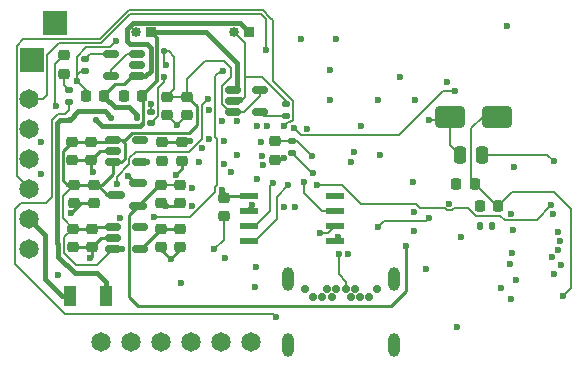
<source format=gbr>
%TF.GenerationSoftware,KiCad,Pcbnew,8.0.8*%
%TF.CreationDate,2025-02-18T00:45:43-08:00*%
%TF.ProjectId,OuterBoard_rev3.1,4f757465-7242-46f6-9172-645f72657633,rev?*%
%TF.SameCoordinates,Original*%
%TF.FileFunction,Copper,L6,Bot*%
%TF.FilePolarity,Positive*%
%FSLAX46Y46*%
G04 Gerber Fmt 4.6, Leading zero omitted, Abs format (unit mm)*
G04 Created by KiCad (PCBNEW 8.0.8) date 2025-02-18 00:45:43*
%MOMM*%
%LPD*%
G01*
G04 APERTURE LIST*
G04 Aperture macros list*
%AMRoundRect*
0 Rectangle with rounded corners*
0 $1 Rounding radius*
0 $2 $3 $4 $5 $6 $7 $8 $9 X,Y pos of 4 corners*
0 Add a 4 corners polygon primitive as box body*
4,1,4,$2,$3,$4,$5,$6,$7,$8,$9,$2,$3,0*
0 Add four circle primitives for the rounded corners*
1,1,$1+$1,$2,$3*
1,1,$1+$1,$4,$5*
1,1,$1+$1,$6,$7*
1,1,$1+$1,$8,$9*
0 Add four rect primitives between the rounded corners*
20,1,$1+$1,$2,$3,$4,$5,0*
20,1,$1+$1,$4,$5,$6,$7,0*
20,1,$1+$1,$6,$7,$8,$9,0*
20,1,$1+$1,$8,$9,$2,$3,0*%
G04 Aperture macros list end*
%TA.AperFunction,ComponentPad*%
%ADD10C,1.650000*%
%TD*%
%TA.AperFunction,ComponentPad*%
%ADD11C,0.700000*%
%TD*%
%TA.AperFunction,ComponentPad*%
%ADD12O,1.000000X2.000000*%
%TD*%
%TA.AperFunction,ComponentPad*%
%ADD13R,2.000000X2.000000*%
%TD*%
%TA.AperFunction,ComponentPad*%
%ADD14R,0.850000X0.850000*%
%TD*%
%TA.AperFunction,ComponentPad*%
%ADD15C,0.850000*%
%TD*%
%TA.AperFunction,SMDPad,CuDef*%
%ADD16RoundRect,0.225000X-0.250000X0.225000X-0.250000X-0.225000X0.250000X-0.225000X0.250000X0.225000X0*%
%TD*%
%TA.AperFunction,SMDPad,CuDef*%
%ADD17RoundRect,0.225000X0.225000X0.250000X-0.225000X0.250000X-0.225000X-0.250000X0.225000X-0.250000X0*%
%TD*%
%TA.AperFunction,SMDPad,CuDef*%
%ADD18R,1.549400X0.558800*%
%TD*%
%TA.AperFunction,SMDPad,CuDef*%
%ADD19R,1.117600X1.803400*%
%TD*%
%TA.AperFunction,SMDPad,CuDef*%
%ADD20RoundRect,0.250000X-0.250000X-0.475000X0.250000X-0.475000X0.250000X0.475000X-0.250000X0.475000X0*%
%TD*%
%TA.AperFunction,SMDPad,CuDef*%
%ADD21RoundRect,0.150000X0.512500X0.150000X-0.512500X0.150000X-0.512500X-0.150000X0.512500X-0.150000X0*%
%TD*%
%TA.AperFunction,SMDPad,CuDef*%
%ADD22RoundRect,0.250000X1.000000X0.650000X-1.000000X0.650000X-1.000000X-0.650000X1.000000X-0.650000X0*%
%TD*%
%TA.AperFunction,SMDPad,CuDef*%
%ADD23RoundRect,0.218750X-0.256250X0.218750X-0.256250X-0.218750X0.256250X-0.218750X0.256250X0.218750X0*%
%TD*%
%TA.AperFunction,SMDPad,CuDef*%
%ADD24RoundRect,0.135000X-0.185000X0.135000X-0.185000X-0.135000X0.185000X-0.135000X0.185000X0.135000X0*%
%TD*%
%TA.AperFunction,SMDPad,CuDef*%
%ADD25RoundRect,0.147500X0.172500X-0.147500X0.172500X0.147500X-0.172500X0.147500X-0.172500X-0.147500X0*%
%TD*%
%TA.AperFunction,SMDPad,CuDef*%
%ADD26RoundRect,0.150000X-0.512500X-0.150000X0.512500X-0.150000X0.512500X0.150000X-0.512500X0.150000X0*%
%TD*%
%TA.AperFunction,SMDPad,CuDef*%
%ADD27RoundRect,0.125000X-0.125000X-0.125000X0.125000X-0.125000X0.125000X0.125000X-0.125000X0.125000X0*%
%TD*%
%TA.AperFunction,SMDPad,CuDef*%
%ADD28RoundRect,0.135000X0.135000X0.185000X-0.135000X0.185000X-0.135000X-0.185000X0.135000X-0.185000X0*%
%TD*%
%TA.AperFunction,SMDPad,CuDef*%
%ADD29RoundRect,0.150000X0.587500X0.150000X-0.587500X0.150000X-0.587500X-0.150000X0.587500X-0.150000X0*%
%TD*%
%TA.AperFunction,SMDPad,CuDef*%
%ADD30RoundRect,0.140000X0.170000X-0.140000X0.170000X0.140000X-0.170000X0.140000X-0.170000X-0.140000X0*%
%TD*%
%TA.AperFunction,SMDPad,CuDef*%
%ADD31RoundRect,0.135000X0.185000X-0.135000X0.185000X0.135000X-0.185000X0.135000X-0.185000X-0.135000X0*%
%TD*%
%TA.AperFunction,SMDPad,CuDef*%
%ADD32RoundRect,0.125000X-0.125000X0.125000X-0.125000X-0.125000X0.125000X-0.125000X0.125000X0.125000X0*%
%TD*%
%TA.AperFunction,ViaPad*%
%ADD33C,0.600000*%
%TD*%
%TA.AperFunction,Conductor*%
%ADD34C,0.200000*%
%TD*%
%TA.AperFunction,Conductor*%
%ADD35C,0.254000*%
%TD*%
%TA.AperFunction,Conductor*%
%ADD36C,0.400000*%
%TD*%
%TA.AperFunction,Conductor*%
%ADD37C,0.250000*%
%TD*%
%TA.AperFunction,Conductor*%
%ADD38C,0.300000*%
%TD*%
G04 APERTURE END LIST*
D10*
%TO.P,J2,1*%
%TO.N,GPIO45*%
X115620800Y-104013000D03*
%TO.P,J2,2*%
%TO.N,GPIO46*%
X118160800Y-104013000D03*
%TO.P,J2,3*%
%TO.N,IO21{slash}USER_LED*%
X120700800Y-104013000D03*
%TO.P,J2,4*%
%TO.N,D10{slash}A10{slash}MOSI*%
X123240800Y-104013000D03*
%TO.P,J2,5*%
%TO.N,D9{slash}A9{slash}MISO*%
X125780800Y-104013000D03*
%TO.P,J2,6*%
%TO.N,D8{slash}A8{slash}SCK*%
X128320800Y-104013000D03*
%TD*%
D11*
%TO.P,J42,B1,GND__2*%
%TO.N,GND*%
X138978400Y-99503000D03*
%TO.P,J42,B2,SSTXP2*%
%TO.N,unconnected-(J42-SSTXP2-PadB2)*%
X138328400Y-100203000D03*
%TO.P,J42,B3,SSTXN2*%
%TO.N,unconnected-(J42-SSTXN2-PadB3)*%
X137528400Y-100203000D03*
%TO.P,J42,B4,VBUS__2*%
%TO.N,+5V*%
X137128400Y-99503000D03*
%TO.P,J42,B5,CC2*%
%TO.N,Net-(J42-CC2)*%
X136728400Y-100203000D03*
%TO.P,J42,B6,DP2*%
%TO.N,USB_DP*%
X136328400Y-99503000D03*
%TO.P,J42,B7,DN2*%
%TO.N,USB_DN*%
X135528400Y-99503000D03*
%TO.P,J42,B8,SBU2*%
%TO.N,unconnected-(J42-SBU2-PadB8)*%
X135128400Y-100203000D03*
%TO.P,J42,B9,VBUS__3*%
%TO.N,+5V*%
X134728400Y-99503000D03*
%TO.P,J42,B10,SSRXN1*%
%TO.N,unconnected-(J42-SSRXN1-PadB10)*%
X134328400Y-100203000D03*
%TO.P,J42,B11,SSRXP1*%
%TO.N,unconnected-(J42-SSRXP1-PadB11)*%
X133528400Y-100203000D03*
%TO.P,J42,B12,GND__3*%
%TO.N,GND*%
X132878400Y-99503000D03*
D12*
%TO.P,J42,SH1,SHIELD*%
X131428400Y-98703000D03*
%TO.P,J42,SH2,SHIELD__1*%
X140428400Y-98703000D03*
%TO.P,J42,SH3,SHIELD__2*%
X131428400Y-104303000D03*
%TO.P,J42,SH4,SHIELD__3*%
X140428400Y-104303000D03*
%TD*%
D13*
%TO.P,TP1,1,1*%
%TO.N,Net-(D1-K)*%
X109728000Y-80137000D03*
%TD*%
D14*
%TO.P,J3,1,1*%
%TO.N,+BATT1*%
X119837200Y-77800200D03*
D15*
%TO.P,J3,2,2*%
%TO.N,GNDPWR*%
X118587200Y-77800200D03*
%TD*%
D14*
%TO.P,J4,1,1*%
%TO.N,+BATT2*%
X128117600Y-77749400D03*
D15*
%TO.P,J4,2,2*%
%TO.N,GNDPWR*%
X126867600Y-77749400D03*
%TD*%
D13*
%TO.P,TP2,1,1*%
%TO.N,Net-(D2-K)*%
X111683800Y-76962000D03*
%TD*%
D10*
%TO.P,J1,1*%
%TO.N,GNDPWR*%
X109524800Y-96113600D03*
%TO.P,J1,2*%
%TO.N,VDC*%
X109524800Y-93573600D03*
%TO.P,J1,3*%
%TO.N,D1{slash}A1*%
X109524800Y-91033600D03*
%TO.P,J1,4*%
%TO.N,GNDPWR*%
X109524800Y-88493600D03*
%TO.P,J1,5*%
%TO.N,VDC*%
X109524800Y-85953600D03*
%TO.P,J1,6*%
%TO.N,D0{slash}A0*%
X109524800Y-83413600D03*
%TD*%
D16*
%TO.P,C16,1*%
%TO.N,+3.3V*%
X122453400Y-87093800D03*
%TO.P,C16,2*%
%TO.N,GND*%
X122453400Y-88643800D03*
%TD*%
%TO.P,C27,1*%
%TO.N,+2V8*%
X122301000Y-90728800D03*
%TO.P,C27,2*%
%TO.N,GND*%
X122301000Y-92278800D03*
%TD*%
D17*
%TO.P,C12,1*%
%TO.N,Net-(D7-K)*%
X147244400Y-90627200D03*
%TO.P,C12,2*%
%TO.N,GND*%
X145694400Y-90627200D03*
%TD*%
D18*
%TO.P,U2,1,CS#*%
%TO.N,SPICS0*%
X135432900Y-91643200D03*
%TO.P,U2,2,SO(IO1)*%
%TO.N,SPIQ*%
X135432900Y-92913200D03*
%TO.P,U2,3,WP#(IO2)*%
%TO.N,SPIWP*%
X135432900Y-94183200D03*
%TO.P,U2,4,VSS*%
%TO.N,GND*%
X135432900Y-95453200D03*
%TO.P,U2,5,SI(IO0)*%
%TO.N,SPID*%
X128168500Y-95453200D03*
%TO.P,U2,6,SCLK*%
%TO.N,SPICLK*%
X128168500Y-94183200D03*
%TO.P,U2,7,HOLD#(IO3)*%
%TO.N,SPIHD*%
X128168500Y-92913200D03*
%TO.P,U2,8,VCC*%
%TO.N,VDD_SPI*%
X128168500Y-91643200D03*
%TD*%
D16*
%TO.P,C7,1*%
%TO.N,VDC*%
X121183400Y-83235800D03*
%TO.P,C7,2*%
%TO.N,GND*%
X121183400Y-84785800D03*
%TD*%
D19*
%TO.P,F1,1,1*%
%TO.N,VDC*%
X113004600Y-100152200D03*
%TO.P,F1,2,2*%
%TO.N,Net-(D10-K)*%
X116001800Y-100152200D03*
%TD*%
D16*
%TO.P,C24,1*%
%TO.N,+1V8*%
X120700800Y-94411800D03*
%TO.P,C24,2*%
%TO.N,GND*%
X120700800Y-95961800D03*
%TD*%
%TO.P,C20,1*%
%TO.N,VDC*%
X113334800Y-90703400D03*
%TO.P,C20,2*%
%TO.N,GND*%
X113334800Y-92253400D03*
%TD*%
%TO.P,C21,1*%
%TO.N,VDC*%
X114833400Y-94411800D03*
%TO.P,C21,2*%
%TO.N,GND*%
X114833400Y-95961800D03*
%TD*%
D20*
%TO.P,FB1,1*%
%TO.N,+2V8*%
X145973800Y-88163400D03*
%TO.P,FB1,2*%
%TO.N,Net-(FB1-Pad2)*%
X147873800Y-88163400D03*
%TD*%
D21*
%TO.P,U3,1,CE*%
%TO.N,VDC*%
X118688700Y-79618800D03*
%TO.P,U3,2,V_{SS}*%
%TO.N,GNDPWR*%
X118688700Y-80568800D03*
%TO.P,U3,3,V_{BAT}*%
%TO.N,+BATT2*%
X118688700Y-81518800D03*
%TO.P,U3,4,V_{DD}*%
%TO.N,VDC*%
X116413700Y-81518800D03*
%TO.P,U3,5,PROG*%
%TO.N,Net-(U3-PROG)*%
X116413700Y-79618800D03*
%TD*%
D16*
%TO.P,C11,1*%
%TO.N,VDC*%
X113131600Y-87043000D03*
%TO.P,C11,2*%
%TO.N,GND*%
X113131600Y-88593000D03*
%TD*%
D17*
%TO.P,C8,1*%
%TO.N,+BATT2*%
X115874800Y-83159600D03*
%TO.P,C8,2*%
%TO.N,GNDPWR*%
X114324800Y-83159600D03*
%TD*%
D22*
%TO.P,D7,1,K*%
%TO.N,Net-(D7-K)*%
X149142200Y-84937600D03*
%TO.P,D7,2,A*%
%TO.N,+2V8*%
X145142200Y-84937600D03*
%TD*%
D23*
%TO.P,D13,1,K*%
%TO.N,GND*%
X112445800Y-79705100D03*
%TO.P,D13,2,A*%
%TO.N,Net-(D13-A)*%
X112445800Y-81280100D03*
%TD*%
D24*
%TO.P,R25,1*%
%TO.N,Net-(D13-A)*%
X112903000Y-82651600D03*
%TO.P,R25,2*%
%TO.N,+5V*%
X112903000Y-83671600D03*
%TD*%
D25*
%TO.P,L2,1,1*%
%TO.N,+3.3V*%
X131775200Y-87988000D03*
%TO.P,L2,2,2*%
%TO.N,Net-(C38-Pad1)*%
X131775200Y-87018000D03*
%TD*%
D17*
%TO.P,C14,1*%
%TO.N,Net-(D7-K)*%
X149199600Y-92481400D03*
%TO.P,C14,2*%
%TO.N,GND*%
X147649600Y-92481400D03*
%TD*%
D26*
%TO.P,U4,1,VIN*%
%TO.N,VDC*%
X116636800Y-88793400D03*
%TO.P,U4,2,GND*%
%TO.N,GND*%
X116636800Y-87843400D03*
%TO.P,U4,3,EN*%
%TO.N,VDC*%
X116636800Y-86893400D03*
%TO.P,U4,4,NC*%
%TO.N,unconnected-(U4-NC-Pad4)*%
X118911800Y-86893400D03*
%TO.P,U4,5,VOUT*%
%TO.N,+3.3V*%
X118911800Y-88793400D03*
%TD*%
D17*
%TO.P,C4,1*%
%TO.N,+BATT1*%
X119100600Y-83159600D03*
%TO.P,C4,2*%
%TO.N,GNDPWR*%
X117550600Y-83159600D03*
%TD*%
D16*
%TO.P,C26,1*%
%TO.N,+1V8*%
X122326400Y-94411800D03*
%TO.P,C26,2*%
%TO.N,GND*%
X122326400Y-95961800D03*
%TD*%
D27*
%TO.P,D11,1,K*%
%TO.N,Net-(D10-K)*%
X116459000Y-85013800D03*
%TO.P,D11,2,A*%
%TO.N,+BATT2*%
X118659000Y-85013800D03*
%TD*%
D24*
%TO.P,R4,1*%
%TO.N,Net-(U3-PROG)*%
X114249200Y-80058800D03*
%TO.P,R4,2*%
%TO.N,GNDPWR*%
X114249200Y-81078800D03*
%TD*%
D28*
%TO.P,R5,1*%
%TO.N,Net-(J10-Pad8)*%
X148742400Y-94183200D03*
%TO.P,R5,2*%
%TO.N,GND*%
X147722400Y-94183200D03*
%TD*%
D29*
%TO.P,U6,1,GND*%
%TO.N,GND*%
X118745000Y-90576400D03*
%TO.P,U6,2,VO*%
%TO.N,+2V8*%
X118745000Y-92476400D03*
%TO.P,U6,3,VI*%
%TO.N,VDC*%
X116870000Y-91526400D03*
%TD*%
D16*
%TO.P,C25,1*%
%TO.N,+2V8*%
X120650000Y-90728800D03*
%TO.P,C25,2*%
%TO.N,GND*%
X120650000Y-92278800D03*
%TD*%
D30*
%TO.P,C2,1*%
%TO.N,VCC*%
X119862600Y-85468400D03*
%TO.P,C2,2*%
%TO.N,GNDPWR*%
X119862600Y-84508400D03*
%TD*%
D16*
%TO.P,C22,1*%
%TO.N,VDC*%
X114985800Y-90703400D03*
%TO.P,C22,2*%
%TO.N,GND*%
X114985800Y-92253400D03*
%TD*%
%TO.P,C38,1*%
%TO.N,Net-(C38-Pad1)*%
X130327400Y-87020400D03*
%TO.P,C38,2*%
%TO.N,GND*%
X130327400Y-88570400D03*
%TD*%
D27*
%TO.P,D10,1,K*%
%TO.N,Net-(D10-K)*%
X112946000Y-85191600D03*
%TO.P,D10,2,A*%
%TO.N,+BATT1*%
X115146000Y-85191600D03*
%TD*%
D16*
%TO.P,C44,1*%
%TO.N,VDD_SPI*%
X126009400Y-91782600D03*
%TO.P,C44,2*%
%TO.N,GND*%
X126009400Y-93332600D03*
%TD*%
D26*
%TO.P,U5,1,VIN*%
%TO.N,VDC*%
X116647800Y-96134000D03*
%TO.P,U5,2,GND*%
%TO.N,GND*%
X116647800Y-95184000D03*
%TO.P,U5,3,EN*%
%TO.N,VDC*%
X116647800Y-94234000D03*
%TO.P,U5,4,NC*%
%TO.N,unconnected-(U5-NC-Pad4)*%
X118922800Y-94234000D03*
%TO.P,U5,5,VOUT*%
%TO.N,+1V8*%
X118922800Y-96134000D03*
%TD*%
D16*
%TO.P,C10,1*%
%TO.N,VDC*%
X114757200Y-87045800D03*
%TO.P,C10,2*%
%TO.N,GND*%
X114757200Y-88595800D03*
%TD*%
D31*
%TO.P,R1,1*%
%TO.N,Net-(U1-PROG)*%
X131267200Y-84888800D03*
%TO.P,R1,2*%
%TO.N,GNDPWR*%
X131267200Y-83868800D03*
%TD*%
D16*
%TO.P,C3,1*%
%TO.N,VDC*%
X122885200Y-83235800D03*
%TO.P,C3,2*%
%TO.N,GND*%
X122885200Y-84785800D03*
%TD*%
%TO.P,C19,1*%
%TO.N,VDC*%
X113233200Y-94411800D03*
%TO.P,C19,2*%
%TO.N,GND*%
X113233200Y-95961800D03*
%TD*%
%TO.P,C13,1*%
%TO.N,+3.3V*%
X120802400Y-87096600D03*
%TO.P,C13,2*%
%TO.N,GND*%
X120802400Y-88646600D03*
%TD*%
D32*
%TO.P,D6,1,K*%
%TO.N,VDC*%
X120954800Y-79400400D03*
%TO.P,D6,2,A*%
%TO.N,VCC*%
X120954800Y-81600400D03*
%TD*%
D26*
%TO.P,U1,1,CE*%
%TO.N,VDC*%
X126796800Y-84551600D03*
%TO.P,U1,2,V_{SS}*%
%TO.N,GNDPWR*%
X126796800Y-83601600D03*
%TO.P,U1,3,V_{BAT}*%
%TO.N,+BATT1*%
X126796800Y-82651600D03*
%TO.P,U1,4,V_{DD}*%
%TO.N,VDC*%
X129071800Y-82651600D03*
%TO.P,U1,5,PROG*%
%TO.N,Net-(U1-PROG)*%
X129071800Y-84551600D03*
%TD*%
D33*
%TO.N,GND*%
X147726400Y-94157800D03*
X114935000Y-89611200D03*
X121132600Y-92504600D03*
X142111489Y-93007223D03*
X121488200Y-97002600D03*
X145669000Y-90678000D03*
X154263252Y-96239441D03*
X123910000Y-88790000D03*
X120802400Y-88646600D03*
X110540800Y-87096600D03*
X150320000Y-100336400D03*
X145084800Y-92284600D03*
X150571200Y-89230200D03*
X113030000Y-93116400D03*
X128730000Y-97690000D03*
X142028800Y-90476900D03*
X147650200Y-92456000D03*
X117889684Y-89981291D03*
X123266200Y-92532200D03*
X131069477Y-88457575D03*
X111749000Y-84037600D03*
X139238800Y-88206400D03*
X122047000Y-85648800D03*
X128652394Y-99384806D03*
X135485000Y-78335000D03*
X132535000Y-78335000D03*
X134970000Y-80990000D03*
X134970000Y-83510000D03*
X114681000Y-96926400D03*
X125196600Y-96164400D03*
X122351800Y-99034600D03*
X135661400Y-95097600D03*
X139065000Y-83540600D03*
X117201071Y-93477539D03*
X145770600Y-102743000D03*
X121943122Y-89829707D03*
X142189200Y-83540600D03*
X150012400Y-77241400D03*
%TO.N,VCC*%
X120954800Y-81538800D03*
%TO.N,+2V8*%
X143408400Y-85242400D03*
X141452600Y-95885000D03*
%TO.N,VDC*%
X117396700Y-96139000D03*
X113004600Y-100152200D03*
X121107200Y-80568800D03*
X118688700Y-79618800D03*
%TO.N,Net-(D7-K)*%
X154686000Y-100101400D03*
%TO.N,+3.3V*%
X140944600Y-81584800D03*
X123266200Y-90954600D03*
X126100000Y-96920000D03*
X120802400Y-87096600D03*
X146098900Y-95123000D03*
X111988600Y-98348800D03*
X144909600Y-81965800D03*
X142087600Y-94589600D03*
X119483800Y-88793400D03*
X123153000Y-87031400D03*
X133527800Y-89662000D03*
X110515400Y-89814400D03*
X143078200Y-97866200D03*
%TO.N,+1V8*%
X153847800Y-93192600D03*
X120700800Y-94411800D03*
%TO.N,Net-(C38-Pad1)*%
X133444702Y-88239600D03*
%TO.N,+5V*%
X130429000Y-101879400D03*
%TO.N,IO21{slash}USER_LED*%
X125830000Y-85308799D03*
%TO.N,Net-(FB1-Pad2)*%
X153949400Y-88722200D03*
%TO.N,USB_DP*%
X135712200Y-96520000D03*
X126586400Y-89603665D03*
%TO.N,USB_DN*%
X136525000Y-96570800D03*
X125984000Y-88900000D03*
%TO.N,MTCK{slash}IO39{slash}CAM_SCL*%
X139013899Y-94285101D03*
X143370000Y-93550000D03*
%TO.N,IO38{slash}DVP_VSYNC*%
X133858000Y-90728800D03*
X153725086Y-92450272D03*
%TO.N,Net-(J10-Pad8)*%
X148742400Y-94183200D03*
%TO.N,IO47{slash}DVP_HREF*%
X131987500Y-92597090D03*
X150342600Y-93141800D03*
%TO.N,IO48{slash}DVP_Y9*%
X131054076Y-92574211D03*
X150520400Y-94564200D03*
%TO.N,IO10{slash}XMCLK*%
X127127615Y-85308799D03*
X154300000Y-94700000D03*
%TO.N,IO11{slash}DVP_Y8*%
X124715600Y-86848296D03*
X154440000Y-95490000D03*
%TO.N,IO12{slash}DVP_Y7*%
X153810000Y-96840000D03*
X125984000Y-87020400D03*
%TO.N,IO13{slash}DVP_PCLK*%
X129164567Y-87102167D03*
X150418800Y-96443800D03*
%TO.N,IO14{slash}DVP_Y6*%
X154514600Y-97455000D03*
X124160450Y-87606201D03*
%TO.N,IO15{slash}DVP_Y2*%
X127076200Y-88206000D03*
X150215600Y-97434400D03*
%TO.N,IO16{slash}DVP_Y5*%
X153970000Y-98240000D03*
X129235200Y-88288500D03*
%TO.N,IO17{slash}DVP_Y3*%
X129330301Y-89044545D03*
X150710000Y-98792400D03*
%TO.N,IO18{slash}DVP_Y4*%
X149450000Y-99441000D03*
X128839742Y-90170878D03*
%TO.N,CHIP_EN*%
X133030300Y-85939200D03*
X137591800Y-85725000D03*
%TO.N,BNO_INT*%
X120091200Y-93421200D03*
X125933200Y-81049800D03*
%TO.N,D1{slash}A1*%
X131108400Y-85750400D03*
%TO.N,D0{slash}A0*%
X129592400Y-79324200D03*
%TO.N,GPIO0*%
X131953000Y-85928200D03*
X145592800Y-82753200D03*
%TO.N,BNO_RST*%
X116967000Y-90601800D03*
X124661600Y-83439000D03*
%TO.N,D8{slash}A8{slash}SCK*%
X129641600Y-85750400D03*
%TO.N,D9{slash}A9{slash}MISO*%
X128843704Y-85733896D03*
%TO.N,D10{slash}A10{slash}MOSI*%
X124714000Y-84404200D03*
%TO.N,VDD_SPI*%
X125830000Y-91135200D03*
%TO.N,SPIHD*%
X128357314Y-92410849D03*
%TO.N,SPIWP*%
X134162800Y-94818200D03*
%TO.N,SPICS0*%
X135432900Y-91643200D03*
%TO.N,SPICLK*%
X130149600Y-90576400D03*
%TO.N,SPIQ*%
X132791200Y-90500200D03*
%TO.N,SPID*%
X131445000Y-90754200D03*
%TO.N,GNDPWR*%
X118688700Y-80568800D03*
X117668297Y-83398103D03*
X127345704Y-83494601D03*
X113583130Y-81940400D03*
X119820552Y-83885375D03*
X116890800Y-78536800D03*
%TO.N,GPIO45*%
X136753600Y-88773000D03*
%TO.N,GPIO46*%
X136982200Y-87884000D03*
%TD*%
D34*
%TO.N,GND*%
X122047000Y-85648800D02*
X122047000Y-85624000D01*
D35*
X122075200Y-92504600D02*
X122301000Y-92278800D01*
D34*
X112445800Y-79705100D02*
X111718400Y-80432500D01*
X126009400Y-93332600D02*
X126009400Y-95351600D01*
X111718400Y-80432500D02*
X111718400Y-84007000D01*
D35*
X121132600Y-92504600D02*
X122075200Y-92504600D01*
X120802400Y-88688985D02*
X120802400Y-88646600D01*
X113893000Y-92253400D02*
X113030000Y-93116400D01*
D34*
X122047000Y-85648800D02*
X122046400Y-85648800D01*
D35*
X122326400Y-96164400D02*
X121488200Y-97002600D01*
X114833400Y-96774000D02*
X114681000Y-96926400D01*
D34*
X126009400Y-95351600D02*
X125196600Y-96164400D01*
X147649600Y-92456600D02*
X147650200Y-92456000D01*
X130956652Y-88570400D02*
X130327400Y-88570400D01*
D35*
X115611200Y-95184000D02*
X114833400Y-95961800D01*
D34*
X122046400Y-85648800D02*
X121183400Y-84785800D01*
D35*
X115509600Y-87843400D02*
X114757200Y-88595800D01*
D34*
X147722400Y-94161800D02*
X147726400Y-94157800D01*
D35*
X120700800Y-96215200D02*
X121488200Y-97002600D01*
X116636800Y-87843400D02*
X115509600Y-87843400D01*
X113233200Y-95961800D02*
X114833400Y-95961800D01*
D34*
X145694400Y-90627200D02*
X145694400Y-90652600D01*
X147649600Y-92481400D02*
X147649600Y-92456600D01*
D35*
X114757200Y-89433400D02*
X114757200Y-88595800D01*
D34*
X122047000Y-85624000D02*
X122885200Y-84785800D01*
D35*
X114754400Y-88593000D02*
X114757200Y-88595800D01*
D34*
X111718400Y-84007000D02*
X111749000Y-84037600D01*
D35*
X120906800Y-92278800D02*
X120650000Y-92278800D01*
X121132600Y-92504600D02*
X120906800Y-92278800D01*
X118484793Y-90576400D02*
X118745000Y-90576400D01*
D34*
X135432900Y-95453200D02*
X135432900Y-95326100D01*
D35*
X120700800Y-95961800D02*
X120700800Y-96215200D01*
D34*
X131069477Y-88457575D02*
X130956652Y-88570400D01*
D35*
X114935000Y-89611200D02*
X114757200Y-89433400D01*
X116647800Y-95184000D02*
X115611200Y-95184000D01*
X122326400Y-95961800D02*
X122326400Y-96164400D01*
X117889684Y-89981291D02*
X118484793Y-90576400D01*
X114985800Y-92253400D02*
X113893000Y-92253400D01*
X122453400Y-89319429D02*
X122453400Y-88643800D01*
D34*
X135432900Y-95326100D02*
X135661400Y-95097600D01*
D35*
X113131600Y-88593000D02*
X114754400Y-88593000D01*
D34*
X147722400Y-94183200D02*
X147722400Y-94161800D01*
X145694400Y-90652600D02*
X145669000Y-90678000D01*
D35*
X121943122Y-89829707D02*
X122453400Y-89319429D01*
X114833400Y-95961800D02*
X114833400Y-96774000D01*
D34*
%TO.N,VCC*%
X120954800Y-81965800D02*
X120425000Y-82495600D01*
X120425000Y-82495600D02*
X120425000Y-84906000D01*
X120954800Y-81600400D02*
X120954800Y-81965800D01*
X120904800Y-81550400D02*
X120954800Y-81600400D01*
X120425000Y-84906000D02*
X119862600Y-85468400D01*
X120954800Y-81600400D02*
X120954800Y-81538800D01*
D35*
%TO.N,+2V8*%
X118770400Y-100965000D02*
X140182600Y-100965000D01*
D34*
X145142200Y-87331800D02*
X145973800Y-88163400D01*
X145142200Y-84937600D02*
X145142200Y-87331800D01*
D35*
X120492600Y-90728800D02*
X120650000Y-90728800D01*
D34*
X144837400Y-85242400D02*
X145142200Y-84937600D01*
D35*
X117980900Y-93240500D02*
X117980900Y-100175500D01*
X118745000Y-92476400D02*
X117980900Y-93240500D01*
X117980900Y-100175500D02*
X118770400Y-100965000D01*
X118745000Y-92476400D02*
X120492600Y-90728800D01*
X141452600Y-99695000D02*
X141452600Y-95885000D01*
X140182600Y-100965000D02*
X141452600Y-99695000D01*
D34*
X143408400Y-85242400D02*
X144837400Y-85242400D01*
X122301000Y-90728800D02*
X120650000Y-90728800D01*
%TO.N,VDC*%
X115298200Y-97483600D02*
X113511000Y-97483600D01*
X116647800Y-96134000D02*
X117391700Y-96134000D01*
D35*
X117299299Y-88793400D02*
X117602000Y-88490699D01*
D34*
X117815400Y-79618800D02*
X118688700Y-79618800D01*
D35*
X116636800Y-89763600D02*
X116636800Y-88793400D01*
D34*
X117391700Y-96134000D02*
X117396700Y-96139000D01*
D35*
X114985800Y-90703400D02*
X115316000Y-90703400D01*
D34*
X116413700Y-81518800D02*
X116413700Y-81020500D01*
D35*
X113334800Y-90703400D02*
X114985800Y-90703400D01*
D36*
X109524800Y-93573600D02*
X110896400Y-94945200D01*
D34*
X121361200Y-79400400D02*
X121818400Y-79857600D01*
D36*
X110896400Y-98709200D02*
X112339400Y-100152200D01*
D35*
X118247480Y-86283800D02*
X123088400Y-86283800D01*
X123088400Y-86283800D02*
X123698000Y-85674200D01*
D34*
X124409200Y-80187800D02*
X122885200Y-81711800D01*
X126511064Y-84551600D02*
X125806200Y-83846736D01*
D35*
X114754400Y-87043000D02*
X114757200Y-87045800D01*
D34*
X120954800Y-79400400D02*
X121361200Y-79400400D01*
X112369600Y-91668600D02*
X112369600Y-93548200D01*
X126796800Y-84551600D02*
X126511064Y-84551600D01*
D36*
X112339400Y-100152200D02*
X113004600Y-100152200D01*
D35*
X116636800Y-88793400D02*
X117299299Y-88793400D01*
X117602000Y-88490699D02*
X117602000Y-87196101D01*
D34*
X116413700Y-81020500D02*
X117815400Y-79618800D01*
X129071800Y-82651600D02*
X129071800Y-83145200D01*
D35*
X112750600Y-90703400D02*
X112377200Y-90330000D01*
D34*
X116647800Y-96134000D02*
X115298200Y-97483600D01*
D35*
X113233200Y-94411800D02*
X114833400Y-94411800D01*
D34*
X121107200Y-80568800D02*
X120954800Y-80416400D01*
X120954800Y-80416400D02*
X120954800Y-79400400D01*
X112505800Y-95139200D02*
X113233200Y-94411800D01*
D35*
X115316000Y-90703400D02*
X116139000Y-91526400D01*
X116636800Y-86893400D02*
X117637880Y-86893400D01*
D34*
X122885200Y-81711800D02*
X122885200Y-83235800D01*
X121183400Y-83235800D02*
X122885200Y-83235800D01*
D35*
X113131600Y-87043000D02*
X114754400Y-87043000D01*
X116139000Y-91526400D02*
X116870000Y-91526400D01*
X112377200Y-90330000D02*
X112377200Y-87797400D01*
X123698000Y-84048600D02*
X122885200Y-83235800D01*
X115011200Y-94234000D02*
X116647800Y-94234000D01*
D34*
X121818400Y-82600800D02*
X121183400Y-83235800D01*
X112505800Y-96478400D02*
X112505800Y-95139200D01*
D35*
X112377200Y-87797400D02*
X113131600Y-87043000D01*
D34*
X125984000Y-80187800D02*
X124409200Y-80187800D01*
D35*
X117637880Y-86893400D02*
X118247480Y-86283800D01*
D34*
X126619000Y-81559400D02*
X126619000Y-80822800D01*
D35*
X113334800Y-90703400D02*
X112750600Y-90703400D01*
X123698000Y-85674200D02*
X123698000Y-84048600D01*
X117299299Y-86893400D02*
X116636800Y-86893400D01*
D34*
X126619000Y-80822800D02*
X125984000Y-80187800D01*
X113511000Y-97483600D02*
X112505800Y-96478400D01*
D35*
X114833400Y-94411800D02*
X115011200Y-94234000D01*
D36*
X110896400Y-94945200D02*
X110896400Y-98709200D01*
D35*
X117602000Y-87196101D02*
X117299299Y-86893400D01*
D34*
X127665400Y-84551600D02*
X126796800Y-84551600D01*
X125806200Y-82372200D02*
X126619000Y-81559400D01*
X125806200Y-83846736D02*
X125806200Y-82372200D01*
X112369600Y-93548200D02*
X113233200Y-94411800D01*
X121818400Y-79857600D02*
X121818400Y-82600800D01*
D35*
X114757200Y-87045800D02*
X116484400Y-87045800D01*
D34*
X113334800Y-90703400D02*
X112369600Y-91668600D01*
D35*
X114985800Y-90703400D02*
X115697000Y-90703400D01*
X116484400Y-87045800D02*
X116636800Y-86893400D01*
X115697000Y-90703400D02*
X116636800Y-89763600D01*
D34*
X129071800Y-83145200D02*
X127665400Y-84551600D01*
%TO.N,Net-(D7-K)*%
X149098600Y-92481400D02*
X149199600Y-92481400D01*
X147244400Y-90627200D02*
X149098600Y-92481400D01*
X150371000Y-91310000D02*
X149199600Y-92481400D01*
X149142200Y-84937600D02*
X147955000Y-84937600D01*
X155390000Y-92778400D02*
X153921600Y-91310000D01*
X155390000Y-99397400D02*
X155390000Y-92778400D01*
X153921600Y-91310000D02*
X150371000Y-91310000D01*
X147955000Y-84937600D02*
X146964400Y-85928200D01*
X146964400Y-85928200D02*
X146964400Y-90347200D01*
X146964400Y-90347200D02*
X147244400Y-90627200D01*
X154686000Y-100101400D02*
X155390000Y-99397400D01*
D35*
%TO.N,+3.3V*%
X122453400Y-87093800D02*
X120805200Y-87093800D01*
X120805200Y-87093800D02*
X120802400Y-87096600D01*
X119483800Y-88793400D02*
X118911800Y-88793400D01*
D34*
X133449200Y-89662000D02*
X133527800Y-89662000D01*
D35*
X123090600Y-87093800D02*
X123153000Y-87031400D01*
X122453400Y-87093800D02*
X123090600Y-87093800D01*
D34*
X131775200Y-87988000D02*
X133449200Y-89662000D01*
D35*
%TO.N,+1V8*%
X118922800Y-96134000D02*
X118978600Y-96134000D01*
X118978600Y-96134000D02*
X120700800Y-94411800D01*
X120700800Y-94411800D02*
X122326400Y-94411800D01*
D34*
%TO.N,Net-(C38-Pad1)*%
X130327400Y-87020400D02*
X131772800Y-87020400D01*
X133444702Y-88239600D02*
X132223102Y-87018000D01*
X132223102Y-87018000D02*
X131775200Y-87018000D01*
X131772800Y-87020400D02*
X131775200Y-87018000D01*
%TO.N,Net-(D1-K)*%
X109626200Y-79781400D02*
X109626400Y-79781400D01*
%TO.N,+5V*%
X130175000Y-101625400D02*
X130429000Y-101879400D01*
X111445400Y-85247410D02*
X111445400Y-91754600D01*
X112568000Y-84739200D02*
X111953610Y-84739200D01*
X108331000Y-92735400D02*
X108331000Y-97443900D01*
X110947200Y-92252800D02*
X108813600Y-92252800D01*
X112903000Y-84404200D02*
X112568000Y-84739200D01*
X112512500Y-101625400D02*
X130175000Y-101625400D01*
X108813600Y-92252800D02*
X108331000Y-92735400D01*
X111445400Y-91754600D02*
X110947200Y-92252800D01*
X108331000Y-97443900D02*
X112512500Y-101625400D01*
X111953610Y-84739200D02*
X111445400Y-85247410D01*
X112903000Y-83671600D02*
X112903000Y-84404200D01*
%TO.N,Net-(FB1-Pad2)*%
X153949400Y-88722200D02*
X153390600Y-88163400D01*
X153390600Y-88163400D02*
X147873800Y-88163400D01*
%TO.N,USB_DP*%
X136328400Y-98898400D02*
X135712200Y-98282200D01*
X136328400Y-99503000D02*
X136328400Y-98898400D01*
X135712200Y-98282200D02*
X135712200Y-96520000D01*
%TO.N,MTCK{slash}IO39{slash}CAM_SCL*%
X143370000Y-93550000D02*
X143144800Y-93775200D01*
X143144800Y-93775200D02*
X139523800Y-93775200D01*
X139523800Y-93775200D02*
X139013899Y-94285101D01*
%TO.N,IO38{slash}DVP_VSYNC*%
X152474758Y-93700600D02*
X149790000Y-93700600D01*
X144855988Y-92837000D02*
X144688988Y-92670000D01*
X153725086Y-92450272D02*
X152474758Y-93700600D01*
X142650000Y-92670000D02*
X142270000Y-92290000D01*
X147331820Y-93320000D02*
X146681820Y-92670000D01*
X145480612Y-92670000D02*
X145313612Y-92837000D01*
X146681820Y-92670000D02*
X145480612Y-92670000D01*
X142270000Y-92290000D02*
X137589400Y-92290000D01*
X145313612Y-92837000D02*
X144855988Y-92837000D01*
X149409400Y-93320000D02*
X147331820Y-93320000D01*
X144688988Y-92670000D02*
X142650000Y-92670000D01*
X137589400Y-92290000D02*
X136028200Y-90728800D01*
X149790000Y-93700600D02*
X149409400Y-93320000D01*
X136028200Y-90728800D02*
X133858000Y-90728800D01*
%TO.N,Net-(U1-PROG)*%
X129407000Y-84886800D02*
X131265200Y-84886800D01*
X129071800Y-84551600D02*
X129407000Y-84886800D01*
X131265200Y-84886800D02*
X131267200Y-84888800D01*
%TO.N,Net-(U3-PROG)*%
X114249200Y-80058800D02*
X114704400Y-79603600D01*
X114704400Y-79603600D02*
X116398500Y-79603600D01*
X116398500Y-79603600D02*
X116413700Y-79618800D01*
D37*
%TO.N,+BATT1*%
X119176800Y-83235800D02*
X119100600Y-83159600D01*
D36*
X126796800Y-82651600D02*
X127096800Y-82351600D01*
D37*
X119186400Y-84718656D02*
X119126000Y-84658256D01*
D38*
X119100600Y-83159600D02*
X120345200Y-81915000D01*
D37*
X119186400Y-85410600D02*
X119186400Y-84718656D01*
X119126000Y-84658256D02*
X119126000Y-83388200D01*
D38*
X120345200Y-81915000D02*
X120345200Y-78308200D01*
D36*
X127096800Y-82351600D02*
X127096800Y-80411600D01*
D37*
X119126000Y-83388200D02*
X119227600Y-83286600D01*
D36*
X127096800Y-80411600D02*
X124485400Y-77800200D01*
X115648400Y-85694000D02*
X115146000Y-85191600D01*
D34*
X119227600Y-83286600D02*
X119100600Y-83159600D01*
D36*
X119049800Y-85547200D02*
X118903000Y-85694000D01*
D37*
X119049800Y-85547200D02*
X119186400Y-85410600D01*
D38*
X120345200Y-78308200D02*
X119837200Y-77800200D01*
D36*
X124485400Y-77800200D02*
X119837200Y-77800200D01*
X118903000Y-85694000D02*
X115648400Y-85694000D01*
%TO.N,+BATT2*%
X118688700Y-81518800D02*
X119351199Y-81518800D01*
X118059200Y-78765400D02*
X117779800Y-78486000D01*
X118325990Y-76962000D02*
X127330200Y-76962000D01*
X116763800Y-84124800D02*
X115874800Y-83235800D01*
X119842800Y-81027199D02*
X119842800Y-79075800D01*
D37*
X117551200Y-82169000D02*
X116763800Y-82169000D01*
D36*
X119532400Y-78765400D02*
X118059200Y-78765400D01*
X118659000Y-85013800D02*
X118659000Y-84782978D01*
X119351199Y-81518800D02*
X119842800Y-81027199D01*
D37*
X116763800Y-82169000D02*
X115874800Y-83058000D01*
D34*
X118659000Y-85013800D02*
X118659000Y-84924400D01*
D37*
X118201400Y-81518800D02*
X117551200Y-82169000D01*
D36*
X118659000Y-84782978D02*
X118000822Y-84124800D01*
X117779800Y-77508190D02*
X118325990Y-76962000D01*
X118688700Y-81518800D02*
X118201400Y-81518800D01*
X119842800Y-79075800D02*
X119532400Y-78765400D01*
X117779800Y-78486000D02*
X117779800Y-77508190D01*
X118000822Y-84124800D02*
X116763800Y-84124800D01*
X115874800Y-83235800D02*
X115874800Y-83159600D01*
D34*
X115874800Y-83058000D02*
X115874800Y-83159600D01*
D36*
X127330200Y-76962000D02*
X128117600Y-77749400D01*
D34*
%TO.N,BNO_INT*%
X125426800Y-86789600D02*
X125426800Y-90750400D01*
X125272800Y-90904400D02*
X125272800Y-91313600D01*
X125272800Y-86635600D02*
X125426800Y-86789600D01*
X125731600Y-81049800D02*
X125272800Y-81508600D01*
X125933200Y-81049800D02*
X125731600Y-81049800D01*
X125426800Y-90750400D02*
X125272800Y-90904400D01*
X125272800Y-81508600D02*
X125272800Y-86635600D01*
X125272800Y-91313600D02*
X123165200Y-93421200D01*
X123165200Y-93421200D02*
X120091200Y-93421200D01*
%TO.N,D1{slash}A1*%
X129944800Y-76554000D02*
X130149600Y-76758800D01*
X131616408Y-85411200D02*
X131839600Y-85188008D01*
X108447400Y-89956200D02*
X109524800Y-91033600D01*
X130149600Y-81879592D02*
X130149600Y-76758800D01*
X129944800Y-76553999D02*
X129944800Y-76554000D01*
X108447400Y-78912800D02*
X108447400Y-89956200D01*
X131839600Y-85188008D02*
X131839600Y-83569592D01*
X131839600Y-83569592D02*
X130149600Y-81879592D01*
X131108400Y-85750400D02*
X131447600Y-85411200D01*
X117938631Y-75898400D02*
X115474831Y-78362200D01*
X129289201Y-75898400D02*
X117938631Y-75898400D01*
X129944800Y-76553999D02*
X129289201Y-75898400D01*
X131447600Y-85411200D02*
X131616408Y-85411200D01*
X115474831Y-78362200D02*
X108998000Y-78362200D01*
X108998000Y-78362200D02*
X108447400Y-78912800D01*
%TO.N,D0{slash}A0*%
X129592400Y-79324200D02*
X129592400Y-76699968D01*
X110718600Y-83413600D02*
X109524800Y-83413600D01*
X118084600Y-76250800D02*
X115620800Y-78714600D01*
X111048800Y-83083400D02*
X110718600Y-83413600D01*
X112064800Y-78714600D02*
X111048800Y-79730600D01*
X129143232Y-76250800D02*
X118084600Y-76250800D01*
X129592400Y-76699968D02*
X129143232Y-76250800D01*
X111048800Y-79730600D02*
X111048800Y-83083400D01*
X115620800Y-78714600D02*
X112064800Y-78714600D01*
D36*
%TO.N,Net-(D10-K)*%
X111963200Y-96789769D02*
X113369831Y-98196400D01*
X111897800Y-85434800D02*
X111897800Y-95616400D01*
X115246400Y-98196400D02*
X116001800Y-98951800D01*
X111963200Y-95681800D02*
X111963200Y-96789769D01*
X113682600Y-84455000D02*
X112946000Y-85191600D01*
X112946000Y-85191600D02*
X112141000Y-85191600D01*
X112141000Y-85191600D02*
X111897800Y-85434800D01*
X115900200Y-84455000D02*
X113682600Y-84455000D01*
X116459000Y-85013800D02*
X115900200Y-84455000D01*
X111897800Y-95616400D02*
X111963200Y-95681800D01*
X113369831Y-98196400D02*
X115246400Y-98196400D01*
X116001800Y-98951800D02*
X116001800Y-100152200D01*
D34*
%TO.N,GPIO0*%
X132521200Y-86496400D02*
X131953000Y-85928200D01*
X144576800Y-82753200D02*
X140833600Y-86496400D01*
X140833600Y-86496400D02*
X132521200Y-86496400D01*
X145592800Y-82753200D02*
X144576800Y-82753200D01*
%TO.N,BNO_RST*%
X116967000Y-90004293D02*
X116967000Y-90601800D01*
X124155200Y-86817200D02*
X124155200Y-83945400D01*
X117996900Y-88472564D02*
X118585464Y-87884000D01*
X124155200Y-83945400D02*
X124661600Y-83439000D01*
X123088400Y-87884000D02*
X124155200Y-86817200D01*
X118585464Y-87884000D02*
X123088400Y-87884000D01*
X117996900Y-88974393D02*
X116967000Y-90004293D01*
X117996900Y-88974393D02*
X117996900Y-88472564D01*
D35*
%TO.N,VDD_SPI*%
X126148800Y-91643200D02*
X126009400Y-91782600D01*
X125830000Y-91135200D02*
X126009400Y-91314600D01*
X128168500Y-91643200D02*
X126148800Y-91643200D01*
X126009400Y-91314600D02*
X126009400Y-91782600D01*
D34*
%TO.N,SPIHD*%
X128168500Y-92913200D02*
X128168500Y-92599663D01*
X128168500Y-92599663D02*
X128357314Y-92410849D01*
%TO.N,SPIWP*%
X134797900Y-94818200D02*
X135432900Y-94183200D01*
X134162800Y-94818200D02*
X134797900Y-94818200D01*
%TO.N,SPICLK*%
X129939677Y-90786323D02*
X129939677Y-92907323D01*
X129939677Y-92907323D02*
X128663800Y-94183200D01*
X130149600Y-90576400D02*
X129939677Y-90786323D01*
X128663800Y-94183200D02*
X128168500Y-94183200D01*
%TO.N,SPIQ*%
X134289800Y-92913200D02*
X135432900Y-92913200D01*
X132791200Y-90500200D02*
X132791200Y-91414600D01*
X132791200Y-91414600D02*
X134289800Y-92913200D01*
%TO.N,SPID*%
X128663800Y-95453200D02*
X130496877Y-93620123D01*
X128168500Y-95453200D02*
X128663800Y-95453200D01*
X130496877Y-91702323D02*
X131445000Y-90754200D01*
X130496877Y-93620123D02*
X130496877Y-91702323D01*
X131445000Y-90754200D02*
X131470400Y-90754200D01*
%TO.N,GNDPWR*%
X113583130Y-81940400D02*
X113583130Y-79853262D01*
X127459299Y-83601600D02*
X127787400Y-83273499D01*
X117576600Y-83439000D02*
X117602000Y-83464400D01*
X117576000Y-83439000D02*
X117576600Y-83439000D01*
X117550600Y-83159600D02*
X117550600Y-83303402D01*
X117550600Y-83280406D02*
X117668297Y-83398103D01*
X117550600Y-83303402D02*
X117656799Y-83409601D01*
X113583130Y-81361870D02*
X113866200Y-81078800D01*
X117550600Y-83159600D02*
X117550600Y-83280406D01*
X127238705Y-83601600D02*
X127345704Y-83494601D01*
X114369392Y-79067000D02*
X115729764Y-79067000D01*
X119862600Y-84508400D02*
X119862600Y-83927423D01*
X113866200Y-81078800D02*
X114249200Y-81078800D01*
X114324800Y-81154400D02*
X114249200Y-81078800D01*
X127787400Y-83273499D02*
X127787400Y-81686400D01*
X113583130Y-79853262D02*
X114369392Y-79067000D01*
X127932399Y-81541401D02*
X127787400Y-81686400D01*
X126796800Y-83601600D02*
X127238705Y-83601600D01*
X113583130Y-81940400D02*
X113583130Y-81361870D01*
X119862600Y-83927423D02*
X119820552Y-83885375D01*
X131267200Y-83598801D02*
X131267200Y-83868800D01*
X113583130Y-81940400D02*
X114324800Y-82682070D01*
X114324800Y-82682070D02*
X114324800Y-83159600D01*
X115730364Y-79066400D02*
X116361200Y-79066400D01*
X129209800Y-81541401D02*
X131267200Y-83598801D01*
X127787400Y-78669200D02*
X126867600Y-77749400D01*
X127787400Y-81686400D02*
X127787400Y-78669200D01*
X129209800Y-81541401D02*
X127932399Y-81541401D01*
X115729764Y-79067000D02*
X115730364Y-79066400D01*
X116361200Y-79066400D02*
X116890800Y-78536800D01*
X126796800Y-83601600D02*
X127459299Y-83601600D01*
%TO.N,Net-(D13-A)*%
X112903000Y-82651600D02*
X112877600Y-82651600D01*
X112445800Y-82219800D02*
X112445800Y-81280100D01*
X112877600Y-82651600D02*
X112445800Y-82219800D01*
%TD*%
M02*

</source>
